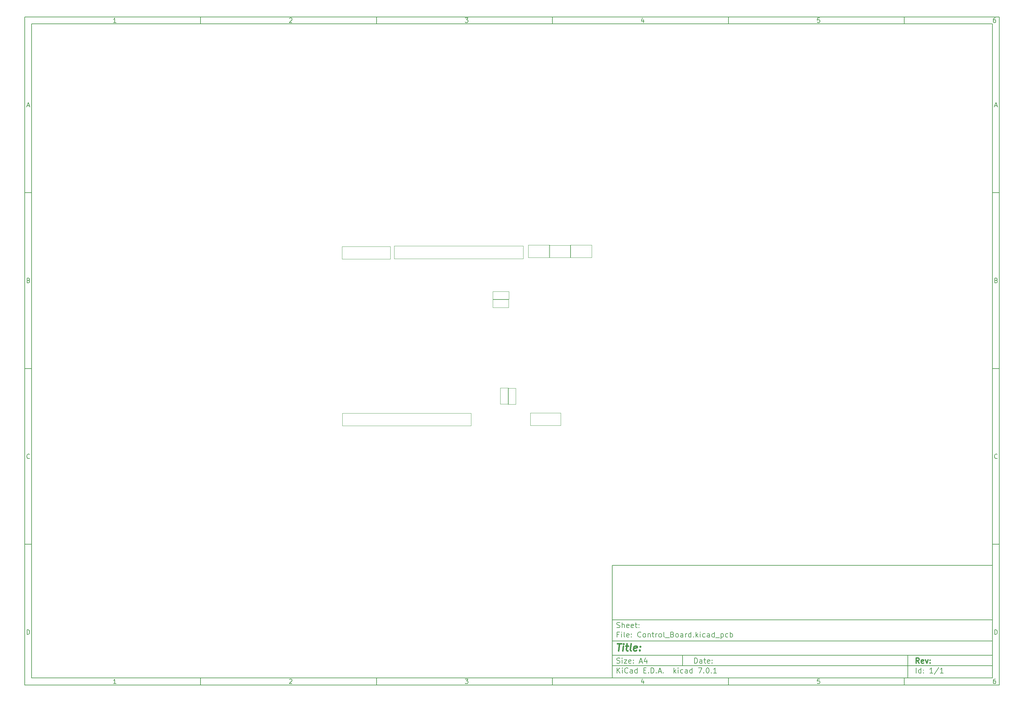
<source format=gbr>
%TF.GenerationSoftware,KiCad,Pcbnew,7.0.1*%
%TF.CreationDate,2023-09-27T13:27:15+00:00*%
%TF.ProjectId,Control_Board,436f6e74-726f-46c5-9f42-6f6172642e6b,rev?*%
%TF.SameCoordinates,Original*%
%TF.FileFunction,Other,User*%
%FSLAX45Y45*%
G04 Gerber Fmt 4.5, Leading zero omitted, Abs format (unit mm)*
G04 Created by KiCad (PCBNEW 7.0.1) date 2023-09-27 13:27:15*
%MOMM*%
%LPD*%
G01*
G04 APERTURE LIST*
%ADD10C,0.100000*%
%ADD11C,0.150000*%
%ADD12C,0.300000*%
%ADD13C,0.400000*%
%ADD14C,0.050000*%
G04 APERTURE END LIST*
D10*
D11*
X17700220Y-16600720D02*
X28500220Y-16600720D01*
X28500220Y-19800720D01*
X17700220Y-19800720D01*
X17700220Y-16600720D01*
D10*
D11*
X1000000Y-1000000D02*
X28700220Y-1000000D01*
X28700220Y-20000720D01*
X1000000Y-20000720D01*
X1000000Y-1000000D01*
D10*
D11*
X1200000Y-1200000D02*
X28500220Y-1200000D01*
X28500220Y-19800720D01*
X1200000Y-19800720D01*
X1200000Y-1200000D01*
D10*
D11*
X6000000Y-1200000D02*
X6000000Y-1000000D01*
D10*
D11*
X11000000Y-1200000D02*
X11000000Y-1000000D01*
D10*
D11*
X16000000Y-1200000D02*
X16000000Y-1000000D01*
D10*
D11*
X21000000Y-1200000D02*
X21000000Y-1000000D01*
D10*
D11*
X26000000Y-1200000D02*
X26000000Y-1000000D01*
D10*
D11*
X3599048Y-1160140D02*
X3524762Y-1160140D01*
X3561905Y-1160140D02*
X3561905Y-1030140D01*
X3561905Y-1030140D02*
X3549524Y-1048712D01*
X3549524Y-1048712D02*
X3537143Y-1061093D01*
X3537143Y-1061093D02*
X3524762Y-1067283D01*
D10*
D11*
X8524762Y-1042521D02*
X8530952Y-1036331D01*
X8530952Y-1036331D02*
X8543333Y-1030140D01*
X8543333Y-1030140D02*
X8574286Y-1030140D01*
X8574286Y-1030140D02*
X8586667Y-1036331D01*
X8586667Y-1036331D02*
X8592857Y-1042521D01*
X8592857Y-1042521D02*
X8599048Y-1054902D01*
X8599048Y-1054902D02*
X8599048Y-1067283D01*
X8599048Y-1067283D02*
X8592857Y-1085855D01*
X8592857Y-1085855D02*
X8518571Y-1160140D01*
X8518571Y-1160140D02*
X8599048Y-1160140D01*
D10*
D11*
X13518571Y-1030140D02*
X13599048Y-1030140D01*
X13599048Y-1030140D02*
X13555714Y-1079664D01*
X13555714Y-1079664D02*
X13574286Y-1079664D01*
X13574286Y-1079664D02*
X13586667Y-1085855D01*
X13586667Y-1085855D02*
X13592857Y-1092045D01*
X13592857Y-1092045D02*
X13599048Y-1104426D01*
X13599048Y-1104426D02*
X13599048Y-1135379D01*
X13599048Y-1135379D02*
X13592857Y-1147760D01*
X13592857Y-1147760D02*
X13586667Y-1153950D01*
X13586667Y-1153950D02*
X13574286Y-1160140D01*
X13574286Y-1160140D02*
X13537143Y-1160140D01*
X13537143Y-1160140D02*
X13524762Y-1153950D01*
X13524762Y-1153950D02*
X13518571Y-1147760D01*
D10*
D11*
X18586667Y-1073474D02*
X18586667Y-1160140D01*
X18555714Y-1023950D02*
X18524762Y-1116807D01*
X18524762Y-1116807D02*
X18605238Y-1116807D01*
D10*
D11*
X23592857Y-1030140D02*
X23530952Y-1030140D01*
X23530952Y-1030140D02*
X23524762Y-1092045D01*
X23524762Y-1092045D02*
X23530952Y-1085855D01*
X23530952Y-1085855D02*
X23543333Y-1079664D01*
X23543333Y-1079664D02*
X23574286Y-1079664D01*
X23574286Y-1079664D02*
X23586667Y-1085855D01*
X23586667Y-1085855D02*
X23592857Y-1092045D01*
X23592857Y-1092045D02*
X23599048Y-1104426D01*
X23599048Y-1104426D02*
X23599048Y-1135379D01*
X23599048Y-1135379D02*
X23592857Y-1147760D01*
X23592857Y-1147760D02*
X23586667Y-1153950D01*
X23586667Y-1153950D02*
X23574286Y-1160140D01*
X23574286Y-1160140D02*
X23543333Y-1160140D01*
X23543333Y-1160140D02*
X23530952Y-1153950D01*
X23530952Y-1153950D02*
X23524762Y-1147760D01*
D10*
D11*
X28586667Y-1030140D02*
X28561905Y-1030140D01*
X28561905Y-1030140D02*
X28549524Y-1036331D01*
X28549524Y-1036331D02*
X28543333Y-1042521D01*
X28543333Y-1042521D02*
X28530952Y-1061093D01*
X28530952Y-1061093D02*
X28524762Y-1085855D01*
X28524762Y-1085855D02*
X28524762Y-1135379D01*
X28524762Y-1135379D02*
X28530952Y-1147760D01*
X28530952Y-1147760D02*
X28537143Y-1153950D01*
X28537143Y-1153950D02*
X28549524Y-1160140D01*
X28549524Y-1160140D02*
X28574286Y-1160140D01*
X28574286Y-1160140D02*
X28586667Y-1153950D01*
X28586667Y-1153950D02*
X28592857Y-1147760D01*
X28592857Y-1147760D02*
X28599048Y-1135379D01*
X28599048Y-1135379D02*
X28599048Y-1104426D01*
X28599048Y-1104426D02*
X28592857Y-1092045D01*
X28592857Y-1092045D02*
X28586667Y-1085855D01*
X28586667Y-1085855D02*
X28574286Y-1079664D01*
X28574286Y-1079664D02*
X28549524Y-1079664D01*
X28549524Y-1079664D02*
X28537143Y-1085855D01*
X28537143Y-1085855D02*
X28530952Y-1092045D01*
X28530952Y-1092045D02*
X28524762Y-1104426D01*
D10*
D11*
X6000000Y-19800720D02*
X6000000Y-20000720D01*
D10*
D11*
X11000000Y-19800720D02*
X11000000Y-20000720D01*
D10*
D11*
X16000000Y-19800720D02*
X16000000Y-20000720D01*
D10*
D11*
X21000000Y-19800720D02*
X21000000Y-20000720D01*
D10*
D11*
X26000000Y-19800720D02*
X26000000Y-20000720D01*
D10*
D11*
X3599048Y-19960860D02*
X3524762Y-19960860D01*
X3561905Y-19960860D02*
X3561905Y-19830860D01*
X3561905Y-19830860D02*
X3549524Y-19849432D01*
X3549524Y-19849432D02*
X3537143Y-19861813D01*
X3537143Y-19861813D02*
X3524762Y-19868003D01*
D10*
D11*
X8524762Y-19843241D02*
X8530952Y-19837051D01*
X8530952Y-19837051D02*
X8543333Y-19830860D01*
X8543333Y-19830860D02*
X8574286Y-19830860D01*
X8574286Y-19830860D02*
X8586667Y-19837051D01*
X8586667Y-19837051D02*
X8592857Y-19843241D01*
X8592857Y-19843241D02*
X8599048Y-19855622D01*
X8599048Y-19855622D02*
X8599048Y-19868003D01*
X8599048Y-19868003D02*
X8592857Y-19886575D01*
X8592857Y-19886575D02*
X8518571Y-19960860D01*
X8518571Y-19960860D02*
X8599048Y-19960860D01*
D10*
D11*
X13518571Y-19830860D02*
X13599048Y-19830860D01*
X13599048Y-19830860D02*
X13555714Y-19880384D01*
X13555714Y-19880384D02*
X13574286Y-19880384D01*
X13574286Y-19880384D02*
X13586667Y-19886575D01*
X13586667Y-19886575D02*
X13592857Y-19892765D01*
X13592857Y-19892765D02*
X13599048Y-19905146D01*
X13599048Y-19905146D02*
X13599048Y-19936099D01*
X13599048Y-19936099D02*
X13592857Y-19948480D01*
X13592857Y-19948480D02*
X13586667Y-19954670D01*
X13586667Y-19954670D02*
X13574286Y-19960860D01*
X13574286Y-19960860D02*
X13537143Y-19960860D01*
X13537143Y-19960860D02*
X13524762Y-19954670D01*
X13524762Y-19954670D02*
X13518571Y-19948480D01*
D10*
D11*
X18586667Y-19874194D02*
X18586667Y-19960860D01*
X18555714Y-19824670D02*
X18524762Y-19917527D01*
X18524762Y-19917527D02*
X18605238Y-19917527D01*
D10*
D11*
X23592857Y-19830860D02*
X23530952Y-19830860D01*
X23530952Y-19830860D02*
X23524762Y-19892765D01*
X23524762Y-19892765D02*
X23530952Y-19886575D01*
X23530952Y-19886575D02*
X23543333Y-19880384D01*
X23543333Y-19880384D02*
X23574286Y-19880384D01*
X23574286Y-19880384D02*
X23586667Y-19886575D01*
X23586667Y-19886575D02*
X23592857Y-19892765D01*
X23592857Y-19892765D02*
X23599048Y-19905146D01*
X23599048Y-19905146D02*
X23599048Y-19936099D01*
X23599048Y-19936099D02*
X23592857Y-19948480D01*
X23592857Y-19948480D02*
X23586667Y-19954670D01*
X23586667Y-19954670D02*
X23574286Y-19960860D01*
X23574286Y-19960860D02*
X23543333Y-19960860D01*
X23543333Y-19960860D02*
X23530952Y-19954670D01*
X23530952Y-19954670D02*
X23524762Y-19948480D01*
D10*
D11*
X28586667Y-19830860D02*
X28561905Y-19830860D01*
X28561905Y-19830860D02*
X28549524Y-19837051D01*
X28549524Y-19837051D02*
X28543333Y-19843241D01*
X28543333Y-19843241D02*
X28530952Y-19861813D01*
X28530952Y-19861813D02*
X28524762Y-19886575D01*
X28524762Y-19886575D02*
X28524762Y-19936099D01*
X28524762Y-19936099D02*
X28530952Y-19948480D01*
X28530952Y-19948480D02*
X28537143Y-19954670D01*
X28537143Y-19954670D02*
X28549524Y-19960860D01*
X28549524Y-19960860D02*
X28574286Y-19960860D01*
X28574286Y-19960860D02*
X28586667Y-19954670D01*
X28586667Y-19954670D02*
X28592857Y-19948480D01*
X28592857Y-19948480D02*
X28599048Y-19936099D01*
X28599048Y-19936099D02*
X28599048Y-19905146D01*
X28599048Y-19905146D02*
X28592857Y-19892765D01*
X28592857Y-19892765D02*
X28586667Y-19886575D01*
X28586667Y-19886575D02*
X28574286Y-19880384D01*
X28574286Y-19880384D02*
X28549524Y-19880384D01*
X28549524Y-19880384D02*
X28537143Y-19886575D01*
X28537143Y-19886575D02*
X28530952Y-19892765D01*
X28530952Y-19892765D02*
X28524762Y-19905146D01*
D10*
D11*
X1000000Y-6000000D02*
X1200000Y-6000000D01*
D10*
D11*
X1000000Y-11000000D02*
X1200000Y-11000000D01*
D10*
D11*
X1000000Y-16000000D02*
X1200000Y-16000000D01*
D10*
D11*
X1069048Y-3522998D02*
X1130952Y-3522998D01*
X1056667Y-3560140D02*
X1100000Y-3430140D01*
X1100000Y-3430140D02*
X1143333Y-3560140D01*
D10*
D11*
X1109286Y-8492045D02*
X1127857Y-8498236D01*
X1127857Y-8498236D02*
X1134048Y-8504426D01*
X1134048Y-8504426D02*
X1140238Y-8516807D01*
X1140238Y-8516807D02*
X1140238Y-8535379D01*
X1140238Y-8535379D02*
X1134048Y-8547760D01*
X1134048Y-8547760D02*
X1127857Y-8553950D01*
X1127857Y-8553950D02*
X1115476Y-8560140D01*
X1115476Y-8560140D02*
X1065952Y-8560140D01*
X1065952Y-8560140D02*
X1065952Y-8430140D01*
X1065952Y-8430140D02*
X1109286Y-8430140D01*
X1109286Y-8430140D02*
X1121667Y-8436331D01*
X1121667Y-8436331D02*
X1127857Y-8442521D01*
X1127857Y-8442521D02*
X1134048Y-8454902D01*
X1134048Y-8454902D02*
X1134048Y-8467283D01*
X1134048Y-8467283D02*
X1127857Y-8479664D01*
X1127857Y-8479664D02*
X1121667Y-8485855D01*
X1121667Y-8485855D02*
X1109286Y-8492045D01*
X1109286Y-8492045D02*
X1065952Y-8492045D01*
D10*
D11*
X1140238Y-13547759D02*
X1134048Y-13553950D01*
X1134048Y-13553950D02*
X1115476Y-13560140D01*
X1115476Y-13560140D02*
X1103095Y-13560140D01*
X1103095Y-13560140D02*
X1084524Y-13553950D01*
X1084524Y-13553950D02*
X1072143Y-13541569D01*
X1072143Y-13541569D02*
X1065952Y-13529188D01*
X1065952Y-13529188D02*
X1059762Y-13504426D01*
X1059762Y-13504426D02*
X1059762Y-13485855D01*
X1059762Y-13485855D02*
X1065952Y-13461093D01*
X1065952Y-13461093D02*
X1072143Y-13448712D01*
X1072143Y-13448712D02*
X1084524Y-13436331D01*
X1084524Y-13436331D02*
X1103095Y-13430140D01*
X1103095Y-13430140D02*
X1115476Y-13430140D01*
X1115476Y-13430140D02*
X1134048Y-13436331D01*
X1134048Y-13436331D02*
X1140238Y-13442521D01*
D10*
D11*
X1065952Y-18560140D02*
X1065952Y-18430140D01*
X1065952Y-18430140D02*
X1096905Y-18430140D01*
X1096905Y-18430140D02*
X1115476Y-18436331D01*
X1115476Y-18436331D02*
X1127857Y-18448712D01*
X1127857Y-18448712D02*
X1134048Y-18461093D01*
X1134048Y-18461093D02*
X1140238Y-18485855D01*
X1140238Y-18485855D02*
X1140238Y-18504426D01*
X1140238Y-18504426D02*
X1134048Y-18529188D01*
X1134048Y-18529188D02*
X1127857Y-18541569D01*
X1127857Y-18541569D02*
X1115476Y-18553950D01*
X1115476Y-18553950D02*
X1096905Y-18560140D01*
X1096905Y-18560140D02*
X1065952Y-18560140D01*
D10*
D11*
X28700220Y-6000000D02*
X28500220Y-6000000D01*
D10*
D11*
X28700220Y-11000000D02*
X28500220Y-11000000D01*
D10*
D11*
X28700220Y-16000000D02*
X28500220Y-16000000D01*
D10*
D11*
X28569268Y-3522998D02*
X28631172Y-3522998D01*
X28556887Y-3560140D02*
X28600220Y-3430140D01*
X28600220Y-3430140D02*
X28643553Y-3560140D01*
D10*
D11*
X28609506Y-8492045D02*
X28628077Y-8498236D01*
X28628077Y-8498236D02*
X28634268Y-8504426D01*
X28634268Y-8504426D02*
X28640458Y-8516807D01*
X28640458Y-8516807D02*
X28640458Y-8535379D01*
X28640458Y-8535379D02*
X28634268Y-8547760D01*
X28634268Y-8547760D02*
X28628077Y-8553950D01*
X28628077Y-8553950D02*
X28615696Y-8560140D01*
X28615696Y-8560140D02*
X28566172Y-8560140D01*
X28566172Y-8560140D02*
X28566172Y-8430140D01*
X28566172Y-8430140D02*
X28609506Y-8430140D01*
X28609506Y-8430140D02*
X28621887Y-8436331D01*
X28621887Y-8436331D02*
X28628077Y-8442521D01*
X28628077Y-8442521D02*
X28634268Y-8454902D01*
X28634268Y-8454902D02*
X28634268Y-8467283D01*
X28634268Y-8467283D02*
X28628077Y-8479664D01*
X28628077Y-8479664D02*
X28621887Y-8485855D01*
X28621887Y-8485855D02*
X28609506Y-8492045D01*
X28609506Y-8492045D02*
X28566172Y-8492045D01*
D10*
D11*
X28640458Y-13547759D02*
X28634268Y-13553950D01*
X28634268Y-13553950D02*
X28615696Y-13560140D01*
X28615696Y-13560140D02*
X28603315Y-13560140D01*
X28603315Y-13560140D02*
X28584744Y-13553950D01*
X28584744Y-13553950D02*
X28572363Y-13541569D01*
X28572363Y-13541569D02*
X28566172Y-13529188D01*
X28566172Y-13529188D02*
X28559982Y-13504426D01*
X28559982Y-13504426D02*
X28559982Y-13485855D01*
X28559982Y-13485855D02*
X28566172Y-13461093D01*
X28566172Y-13461093D02*
X28572363Y-13448712D01*
X28572363Y-13448712D02*
X28584744Y-13436331D01*
X28584744Y-13436331D02*
X28603315Y-13430140D01*
X28603315Y-13430140D02*
X28615696Y-13430140D01*
X28615696Y-13430140D02*
X28634268Y-13436331D01*
X28634268Y-13436331D02*
X28640458Y-13442521D01*
D10*
D11*
X28566172Y-18560140D02*
X28566172Y-18430140D01*
X28566172Y-18430140D02*
X28597125Y-18430140D01*
X28597125Y-18430140D02*
X28615696Y-18436331D01*
X28615696Y-18436331D02*
X28628077Y-18448712D01*
X28628077Y-18448712D02*
X28634268Y-18461093D01*
X28634268Y-18461093D02*
X28640458Y-18485855D01*
X28640458Y-18485855D02*
X28640458Y-18504426D01*
X28640458Y-18504426D02*
X28634268Y-18529188D01*
X28634268Y-18529188D02*
X28628077Y-18541569D01*
X28628077Y-18541569D02*
X28615696Y-18553950D01*
X28615696Y-18553950D02*
X28597125Y-18560140D01*
X28597125Y-18560140D02*
X28566172Y-18560140D01*
D10*
D11*
X20035934Y-19380113D02*
X20035934Y-19230113D01*
X20035934Y-19230113D02*
X20071649Y-19230113D01*
X20071649Y-19230113D02*
X20093077Y-19237256D01*
X20093077Y-19237256D02*
X20107363Y-19251541D01*
X20107363Y-19251541D02*
X20114506Y-19265827D01*
X20114506Y-19265827D02*
X20121649Y-19294399D01*
X20121649Y-19294399D02*
X20121649Y-19315827D01*
X20121649Y-19315827D02*
X20114506Y-19344399D01*
X20114506Y-19344399D02*
X20107363Y-19358684D01*
X20107363Y-19358684D02*
X20093077Y-19372970D01*
X20093077Y-19372970D02*
X20071649Y-19380113D01*
X20071649Y-19380113D02*
X20035934Y-19380113D01*
X20250220Y-19380113D02*
X20250220Y-19301541D01*
X20250220Y-19301541D02*
X20243077Y-19287256D01*
X20243077Y-19287256D02*
X20228791Y-19280113D01*
X20228791Y-19280113D02*
X20200220Y-19280113D01*
X20200220Y-19280113D02*
X20185934Y-19287256D01*
X20250220Y-19372970D02*
X20235934Y-19380113D01*
X20235934Y-19380113D02*
X20200220Y-19380113D01*
X20200220Y-19380113D02*
X20185934Y-19372970D01*
X20185934Y-19372970D02*
X20178791Y-19358684D01*
X20178791Y-19358684D02*
X20178791Y-19344399D01*
X20178791Y-19344399D02*
X20185934Y-19330113D01*
X20185934Y-19330113D02*
X20200220Y-19322970D01*
X20200220Y-19322970D02*
X20235934Y-19322970D01*
X20235934Y-19322970D02*
X20250220Y-19315827D01*
X20300220Y-19280113D02*
X20357363Y-19280113D01*
X20321649Y-19230113D02*
X20321649Y-19358684D01*
X20321649Y-19358684D02*
X20328791Y-19372970D01*
X20328791Y-19372970D02*
X20343077Y-19380113D01*
X20343077Y-19380113D02*
X20357363Y-19380113D01*
X20464506Y-19372970D02*
X20450220Y-19380113D01*
X20450220Y-19380113D02*
X20421649Y-19380113D01*
X20421649Y-19380113D02*
X20407363Y-19372970D01*
X20407363Y-19372970D02*
X20400220Y-19358684D01*
X20400220Y-19358684D02*
X20400220Y-19301541D01*
X20400220Y-19301541D02*
X20407363Y-19287256D01*
X20407363Y-19287256D02*
X20421649Y-19280113D01*
X20421649Y-19280113D02*
X20450220Y-19280113D01*
X20450220Y-19280113D02*
X20464506Y-19287256D01*
X20464506Y-19287256D02*
X20471649Y-19301541D01*
X20471649Y-19301541D02*
X20471649Y-19315827D01*
X20471649Y-19315827D02*
X20400220Y-19330113D01*
X20535934Y-19365827D02*
X20543077Y-19372970D01*
X20543077Y-19372970D02*
X20535934Y-19380113D01*
X20535934Y-19380113D02*
X20528791Y-19372970D01*
X20528791Y-19372970D02*
X20535934Y-19365827D01*
X20535934Y-19365827D02*
X20535934Y-19380113D01*
X20535934Y-19287256D02*
X20543077Y-19294399D01*
X20543077Y-19294399D02*
X20535934Y-19301541D01*
X20535934Y-19301541D02*
X20528791Y-19294399D01*
X20528791Y-19294399D02*
X20535934Y-19287256D01*
X20535934Y-19287256D02*
X20535934Y-19301541D01*
D10*
D11*
X17700220Y-19450720D02*
X28500220Y-19450720D01*
D10*
D11*
X17835934Y-19660113D02*
X17835934Y-19510113D01*
X17921649Y-19660113D02*
X17857363Y-19574399D01*
X17921649Y-19510113D02*
X17835934Y-19595827D01*
X17985934Y-19660113D02*
X17985934Y-19560113D01*
X17985934Y-19510113D02*
X17978791Y-19517256D01*
X17978791Y-19517256D02*
X17985934Y-19524399D01*
X17985934Y-19524399D02*
X17993077Y-19517256D01*
X17993077Y-19517256D02*
X17985934Y-19510113D01*
X17985934Y-19510113D02*
X17985934Y-19524399D01*
X18143077Y-19645827D02*
X18135934Y-19652970D01*
X18135934Y-19652970D02*
X18114506Y-19660113D01*
X18114506Y-19660113D02*
X18100220Y-19660113D01*
X18100220Y-19660113D02*
X18078791Y-19652970D01*
X18078791Y-19652970D02*
X18064506Y-19638684D01*
X18064506Y-19638684D02*
X18057363Y-19624399D01*
X18057363Y-19624399D02*
X18050220Y-19595827D01*
X18050220Y-19595827D02*
X18050220Y-19574399D01*
X18050220Y-19574399D02*
X18057363Y-19545827D01*
X18057363Y-19545827D02*
X18064506Y-19531541D01*
X18064506Y-19531541D02*
X18078791Y-19517256D01*
X18078791Y-19517256D02*
X18100220Y-19510113D01*
X18100220Y-19510113D02*
X18114506Y-19510113D01*
X18114506Y-19510113D02*
X18135934Y-19517256D01*
X18135934Y-19517256D02*
X18143077Y-19524399D01*
X18271649Y-19660113D02*
X18271649Y-19581541D01*
X18271649Y-19581541D02*
X18264506Y-19567256D01*
X18264506Y-19567256D02*
X18250220Y-19560113D01*
X18250220Y-19560113D02*
X18221649Y-19560113D01*
X18221649Y-19560113D02*
X18207363Y-19567256D01*
X18271649Y-19652970D02*
X18257363Y-19660113D01*
X18257363Y-19660113D02*
X18221649Y-19660113D01*
X18221649Y-19660113D02*
X18207363Y-19652970D01*
X18207363Y-19652970D02*
X18200220Y-19638684D01*
X18200220Y-19638684D02*
X18200220Y-19624399D01*
X18200220Y-19624399D02*
X18207363Y-19610113D01*
X18207363Y-19610113D02*
X18221649Y-19602970D01*
X18221649Y-19602970D02*
X18257363Y-19602970D01*
X18257363Y-19602970D02*
X18271649Y-19595827D01*
X18407363Y-19660113D02*
X18407363Y-19510113D01*
X18407363Y-19652970D02*
X18393077Y-19660113D01*
X18393077Y-19660113D02*
X18364506Y-19660113D01*
X18364506Y-19660113D02*
X18350220Y-19652970D01*
X18350220Y-19652970D02*
X18343077Y-19645827D01*
X18343077Y-19645827D02*
X18335934Y-19631541D01*
X18335934Y-19631541D02*
X18335934Y-19588684D01*
X18335934Y-19588684D02*
X18343077Y-19574399D01*
X18343077Y-19574399D02*
X18350220Y-19567256D01*
X18350220Y-19567256D02*
X18364506Y-19560113D01*
X18364506Y-19560113D02*
X18393077Y-19560113D01*
X18393077Y-19560113D02*
X18407363Y-19567256D01*
X18593077Y-19581541D02*
X18643077Y-19581541D01*
X18664506Y-19660113D02*
X18593077Y-19660113D01*
X18593077Y-19660113D02*
X18593077Y-19510113D01*
X18593077Y-19510113D02*
X18664506Y-19510113D01*
X18728791Y-19645827D02*
X18735934Y-19652970D01*
X18735934Y-19652970D02*
X18728791Y-19660113D01*
X18728791Y-19660113D02*
X18721649Y-19652970D01*
X18721649Y-19652970D02*
X18728791Y-19645827D01*
X18728791Y-19645827D02*
X18728791Y-19660113D01*
X18800220Y-19660113D02*
X18800220Y-19510113D01*
X18800220Y-19510113D02*
X18835934Y-19510113D01*
X18835934Y-19510113D02*
X18857363Y-19517256D01*
X18857363Y-19517256D02*
X18871649Y-19531541D01*
X18871649Y-19531541D02*
X18878792Y-19545827D01*
X18878792Y-19545827D02*
X18885934Y-19574399D01*
X18885934Y-19574399D02*
X18885934Y-19595827D01*
X18885934Y-19595827D02*
X18878792Y-19624399D01*
X18878792Y-19624399D02*
X18871649Y-19638684D01*
X18871649Y-19638684D02*
X18857363Y-19652970D01*
X18857363Y-19652970D02*
X18835934Y-19660113D01*
X18835934Y-19660113D02*
X18800220Y-19660113D01*
X18950220Y-19645827D02*
X18957363Y-19652970D01*
X18957363Y-19652970D02*
X18950220Y-19660113D01*
X18950220Y-19660113D02*
X18943077Y-19652970D01*
X18943077Y-19652970D02*
X18950220Y-19645827D01*
X18950220Y-19645827D02*
X18950220Y-19660113D01*
X19014506Y-19617256D02*
X19085934Y-19617256D01*
X19000220Y-19660113D02*
X19050220Y-19510113D01*
X19050220Y-19510113D02*
X19100220Y-19660113D01*
X19150220Y-19645827D02*
X19157363Y-19652970D01*
X19157363Y-19652970D02*
X19150220Y-19660113D01*
X19150220Y-19660113D02*
X19143077Y-19652970D01*
X19143077Y-19652970D02*
X19150220Y-19645827D01*
X19150220Y-19645827D02*
X19150220Y-19660113D01*
X19450220Y-19660113D02*
X19450220Y-19510113D01*
X19464506Y-19602970D02*
X19507363Y-19660113D01*
X19507363Y-19560113D02*
X19450220Y-19617256D01*
X19571649Y-19660113D02*
X19571649Y-19560113D01*
X19571649Y-19510113D02*
X19564506Y-19517256D01*
X19564506Y-19517256D02*
X19571649Y-19524399D01*
X19571649Y-19524399D02*
X19578792Y-19517256D01*
X19578792Y-19517256D02*
X19571649Y-19510113D01*
X19571649Y-19510113D02*
X19571649Y-19524399D01*
X19707363Y-19652970D02*
X19693077Y-19660113D01*
X19693077Y-19660113D02*
X19664506Y-19660113D01*
X19664506Y-19660113D02*
X19650220Y-19652970D01*
X19650220Y-19652970D02*
X19643077Y-19645827D01*
X19643077Y-19645827D02*
X19635934Y-19631541D01*
X19635934Y-19631541D02*
X19635934Y-19588684D01*
X19635934Y-19588684D02*
X19643077Y-19574399D01*
X19643077Y-19574399D02*
X19650220Y-19567256D01*
X19650220Y-19567256D02*
X19664506Y-19560113D01*
X19664506Y-19560113D02*
X19693077Y-19560113D01*
X19693077Y-19560113D02*
X19707363Y-19567256D01*
X19835934Y-19660113D02*
X19835934Y-19581541D01*
X19835934Y-19581541D02*
X19828792Y-19567256D01*
X19828792Y-19567256D02*
X19814506Y-19560113D01*
X19814506Y-19560113D02*
X19785934Y-19560113D01*
X19785934Y-19560113D02*
X19771649Y-19567256D01*
X19835934Y-19652970D02*
X19821649Y-19660113D01*
X19821649Y-19660113D02*
X19785934Y-19660113D01*
X19785934Y-19660113D02*
X19771649Y-19652970D01*
X19771649Y-19652970D02*
X19764506Y-19638684D01*
X19764506Y-19638684D02*
X19764506Y-19624399D01*
X19764506Y-19624399D02*
X19771649Y-19610113D01*
X19771649Y-19610113D02*
X19785934Y-19602970D01*
X19785934Y-19602970D02*
X19821649Y-19602970D01*
X19821649Y-19602970D02*
X19835934Y-19595827D01*
X19971649Y-19660113D02*
X19971649Y-19510113D01*
X19971649Y-19652970D02*
X19957363Y-19660113D01*
X19957363Y-19660113D02*
X19928792Y-19660113D01*
X19928792Y-19660113D02*
X19914506Y-19652970D01*
X19914506Y-19652970D02*
X19907363Y-19645827D01*
X19907363Y-19645827D02*
X19900220Y-19631541D01*
X19900220Y-19631541D02*
X19900220Y-19588684D01*
X19900220Y-19588684D02*
X19907363Y-19574399D01*
X19907363Y-19574399D02*
X19914506Y-19567256D01*
X19914506Y-19567256D02*
X19928792Y-19560113D01*
X19928792Y-19560113D02*
X19957363Y-19560113D01*
X19957363Y-19560113D02*
X19971649Y-19567256D01*
X20143077Y-19510113D02*
X20243077Y-19510113D01*
X20243077Y-19510113D02*
X20178792Y-19660113D01*
X20300220Y-19645827D02*
X20307363Y-19652970D01*
X20307363Y-19652970D02*
X20300220Y-19660113D01*
X20300220Y-19660113D02*
X20293077Y-19652970D01*
X20293077Y-19652970D02*
X20300220Y-19645827D01*
X20300220Y-19645827D02*
X20300220Y-19660113D01*
X20400220Y-19510113D02*
X20414506Y-19510113D01*
X20414506Y-19510113D02*
X20428792Y-19517256D01*
X20428792Y-19517256D02*
X20435934Y-19524399D01*
X20435934Y-19524399D02*
X20443077Y-19538684D01*
X20443077Y-19538684D02*
X20450220Y-19567256D01*
X20450220Y-19567256D02*
X20450220Y-19602970D01*
X20450220Y-19602970D02*
X20443077Y-19631541D01*
X20443077Y-19631541D02*
X20435934Y-19645827D01*
X20435934Y-19645827D02*
X20428792Y-19652970D01*
X20428792Y-19652970D02*
X20414506Y-19660113D01*
X20414506Y-19660113D02*
X20400220Y-19660113D01*
X20400220Y-19660113D02*
X20385934Y-19652970D01*
X20385934Y-19652970D02*
X20378792Y-19645827D01*
X20378792Y-19645827D02*
X20371649Y-19631541D01*
X20371649Y-19631541D02*
X20364506Y-19602970D01*
X20364506Y-19602970D02*
X20364506Y-19567256D01*
X20364506Y-19567256D02*
X20371649Y-19538684D01*
X20371649Y-19538684D02*
X20378792Y-19524399D01*
X20378792Y-19524399D02*
X20385934Y-19517256D01*
X20385934Y-19517256D02*
X20400220Y-19510113D01*
X20514506Y-19645827D02*
X20521649Y-19652970D01*
X20521649Y-19652970D02*
X20514506Y-19660113D01*
X20514506Y-19660113D02*
X20507363Y-19652970D01*
X20507363Y-19652970D02*
X20514506Y-19645827D01*
X20514506Y-19645827D02*
X20514506Y-19660113D01*
X20664506Y-19660113D02*
X20578792Y-19660113D01*
X20621649Y-19660113D02*
X20621649Y-19510113D01*
X20621649Y-19510113D02*
X20607363Y-19531541D01*
X20607363Y-19531541D02*
X20593077Y-19545827D01*
X20593077Y-19545827D02*
X20578792Y-19552970D01*
D10*
D11*
X17700220Y-19150720D02*
X28500220Y-19150720D01*
D10*
D12*
X26421648Y-19380113D02*
X26371648Y-19308684D01*
X26335934Y-19380113D02*
X26335934Y-19230113D01*
X26335934Y-19230113D02*
X26393077Y-19230113D01*
X26393077Y-19230113D02*
X26407363Y-19237256D01*
X26407363Y-19237256D02*
X26414506Y-19244399D01*
X26414506Y-19244399D02*
X26421648Y-19258684D01*
X26421648Y-19258684D02*
X26421648Y-19280113D01*
X26421648Y-19280113D02*
X26414506Y-19294399D01*
X26414506Y-19294399D02*
X26407363Y-19301541D01*
X26407363Y-19301541D02*
X26393077Y-19308684D01*
X26393077Y-19308684D02*
X26335934Y-19308684D01*
X26543077Y-19372970D02*
X26528791Y-19380113D01*
X26528791Y-19380113D02*
X26500220Y-19380113D01*
X26500220Y-19380113D02*
X26485934Y-19372970D01*
X26485934Y-19372970D02*
X26478791Y-19358684D01*
X26478791Y-19358684D02*
X26478791Y-19301541D01*
X26478791Y-19301541D02*
X26485934Y-19287256D01*
X26485934Y-19287256D02*
X26500220Y-19280113D01*
X26500220Y-19280113D02*
X26528791Y-19280113D01*
X26528791Y-19280113D02*
X26543077Y-19287256D01*
X26543077Y-19287256D02*
X26550220Y-19301541D01*
X26550220Y-19301541D02*
X26550220Y-19315827D01*
X26550220Y-19315827D02*
X26478791Y-19330113D01*
X26600220Y-19280113D02*
X26635934Y-19380113D01*
X26635934Y-19380113D02*
X26671648Y-19280113D01*
X26728791Y-19365827D02*
X26735934Y-19372970D01*
X26735934Y-19372970D02*
X26728791Y-19380113D01*
X26728791Y-19380113D02*
X26721648Y-19372970D01*
X26721648Y-19372970D02*
X26728791Y-19365827D01*
X26728791Y-19365827D02*
X26728791Y-19380113D01*
X26728791Y-19287256D02*
X26735934Y-19294399D01*
X26735934Y-19294399D02*
X26728791Y-19301541D01*
X26728791Y-19301541D02*
X26721648Y-19294399D01*
X26721648Y-19294399D02*
X26728791Y-19287256D01*
X26728791Y-19287256D02*
X26728791Y-19301541D01*
D10*
D11*
X17828791Y-19372970D02*
X17850220Y-19380113D01*
X17850220Y-19380113D02*
X17885934Y-19380113D01*
X17885934Y-19380113D02*
X17900220Y-19372970D01*
X17900220Y-19372970D02*
X17907363Y-19365827D01*
X17907363Y-19365827D02*
X17914506Y-19351541D01*
X17914506Y-19351541D02*
X17914506Y-19337256D01*
X17914506Y-19337256D02*
X17907363Y-19322970D01*
X17907363Y-19322970D02*
X17900220Y-19315827D01*
X17900220Y-19315827D02*
X17885934Y-19308684D01*
X17885934Y-19308684D02*
X17857363Y-19301541D01*
X17857363Y-19301541D02*
X17843077Y-19294399D01*
X17843077Y-19294399D02*
X17835934Y-19287256D01*
X17835934Y-19287256D02*
X17828791Y-19272970D01*
X17828791Y-19272970D02*
X17828791Y-19258684D01*
X17828791Y-19258684D02*
X17835934Y-19244399D01*
X17835934Y-19244399D02*
X17843077Y-19237256D01*
X17843077Y-19237256D02*
X17857363Y-19230113D01*
X17857363Y-19230113D02*
X17893077Y-19230113D01*
X17893077Y-19230113D02*
X17914506Y-19237256D01*
X17978791Y-19380113D02*
X17978791Y-19280113D01*
X17978791Y-19230113D02*
X17971649Y-19237256D01*
X17971649Y-19237256D02*
X17978791Y-19244399D01*
X17978791Y-19244399D02*
X17985934Y-19237256D01*
X17985934Y-19237256D02*
X17978791Y-19230113D01*
X17978791Y-19230113D02*
X17978791Y-19244399D01*
X18035934Y-19280113D02*
X18114506Y-19280113D01*
X18114506Y-19280113D02*
X18035934Y-19380113D01*
X18035934Y-19380113D02*
X18114506Y-19380113D01*
X18228791Y-19372970D02*
X18214506Y-19380113D01*
X18214506Y-19380113D02*
X18185934Y-19380113D01*
X18185934Y-19380113D02*
X18171649Y-19372970D01*
X18171649Y-19372970D02*
X18164506Y-19358684D01*
X18164506Y-19358684D02*
X18164506Y-19301541D01*
X18164506Y-19301541D02*
X18171649Y-19287256D01*
X18171649Y-19287256D02*
X18185934Y-19280113D01*
X18185934Y-19280113D02*
X18214506Y-19280113D01*
X18214506Y-19280113D02*
X18228791Y-19287256D01*
X18228791Y-19287256D02*
X18235934Y-19301541D01*
X18235934Y-19301541D02*
X18235934Y-19315827D01*
X18235934Y-19315827D02*
X18164506Y-19330113D01*
X18300220Y-19365827D02*
X18307363Y-19372970D01*
X18307363Y-19372970D02*
X18300220Y-19380113D01*
X18300220Y-19380113D02*
X18293077Y-19372970D01*
X18293077Y-19372970D02*
X18300220Y-19365827D01*
X18300220Y-19365827D02*
X18300220Y-19380113D01*
X18300220Y-19287256D02*
X18307363Y-19294399D01*
X18307363Y-19294399D02*
X18300220Y-19301541D01*
X18300220Y-19301541D02*
X18293077Y-19294399D01*
X18293077Y-19294399D02*
X18300220Y-19287256D01*
X18300220Y-19287256D02*
X18300220Y-19301541D01*
X18478791Y-19337256D02*
X18550220Y-19337256D01*
X18464506Y-19380113D02*
X18514506Y-19230113D01*
X18514506Y-19230113D02*
X18564506Y-19380113D01*
X18678791Y-19280113D02*
X18678791Y-19380113D01*
X18643077Y-19222970D02*
X18607363Y-19330113D01*
X18607363Y-19330113D02*
X18700220Y-19330113D01*
D10*
D11*
X26335934Y-19660113D02*
X26335934Y-19510113D01*
X26471649Y-19660113D02*
X26471649Y-19510113D01*
X26471649Y-19652970D02*
X26457363Y-19660113D01*
X26457363Y-19660113D02*
X26428791Y-19660113D01*
X26428791Y-19660113D02*
X26414506Y-19652970D01*
X26414506Y-19652970D02*
X26407363Y-19645827D01*
X26407363Y-19645827D02*
X26400220Y-19631541D01*
X26400220Y-19631541D02*
X26400220Y-19588684D01*
X26400220Y-19588684D02*
X26407363Y-19574399D01*
X26407363Y-19574399D02*
X26414506Y-19567256D01*
X26414506Y-19567256D02*
X26428791Y-19560113D01*
X26428791Y-19560113D02*
X26457363Y-19560113D01*
X26457363Y-19560113D02*
X26471649Y-19567256D01*
X26543077Y-19645827D02*
X26550220Y-19652970D01*
X26550220Y-19652970D02*
X26543077Y-19660113D01*
X26543077Y-19660113D02*
X26535934Y-19652970D01*
X26535934Y-19652970D02*
X26543077Y-19645827D01*
X26543077Y-19645827D02*
X26543077Y-19660113D01*
X26543077Y-19567256D02*
X26550220Y-19574399D01*
X26550220Y-19574399D02*
X26543077Y-19581541D01*
X26543077Y-19581541D02*
X26535934Y-19574399D01*
X26535934Y-19574399D02*
X26543077Y-19567256D01*
X26543077Y-19567256D02*
X26543077Y-19581541D01*
X26807363Y-19660113D02*
X26721649Y-19660113D01*
X26764506Y-19660113D02*
X26764506Y-19510113D01*
X26764506Y-19510113D02*
X26750220Y-19531541D01*
X26750220Y-19531541D02*
X26735934Y-19545827D01*
X26735934Y-19545827D02*
X26721649Y-19552970D01*
X26978791Y-19502970D02*
X26850220Y-19695827D01*
X27107363Y-19660113D02*
X27021649Y-19660113D01*
X27064506Y-19660113D02*
X27064506Y-19510113D01*
X27064506Y-19510113D02*
X27050220Y-19531541D01*
X27050220Y-19531541D02*
X27035934Y-19545827D01*
X27035934Y-19545827D02*
X27021649Y-19552970D01*
D10*
D11*
X17700220Y-18750720D02*
X28500220Y-18750720D01*
D10*
D13*
X17843077Y-18823244D02*
X17957363Y-18823244D01*
X17875220Y-19023244D02*
X17900220Y-18823244D01*
X17997839Y-19023244D02*
X18014506Y-18889910D01*
X18022839Y-18823244D02*
X18012125Y-18832768D01*
X18012125Y-18832768D02*
X18020458Y-18842291D01*
X18020458Y-18842291D02*
X18031172Y-18832768D01*
X18031172Y-18832768D02*
X18022839Y-18823244D01*
X18022839Y-18823244D02*
X18020458Y-18842291D01*
X18079982Y-18889910D02*
X18156172Y-18889910D01*
X18116887Y-18823244D02*
X18095458Y-18994672D01*
X18095458Y-18994672D02*
X18102601Y-19013720D01*
X18102601Y-19013720D02*
X18120458Y-19023244D01*
X18120458Y-19023244D02*
X18139506Y-19023244D01*
X18233553Y-19023244D02*
X18215696Y-19013720D01*
X18215696Y-19013720D02*
X18208553Y-18994672D01*
X18208553Y-18994672D02*
X18229982Y-18823244D01*
X18385934Y-19013720D02*
X18365696Y-19023244D01*
X18365696Y-19023244D02*
X18327601Y-19023244D01*
X18327601Y-19023244D02*
X18309744Y-19013720D01*
X18309744Y-19013720D02*
X18302601Y-18994672D01*
X18302601Y-18994672D02*
X18312125Y-18918482D01*
X18312125Y-18918482D02*
X18324029Y-18899434D01*
X18324029Y-18899434D02*
X18344268Y-18889910D01*
X18344268Y-18889910D02*
X18382363Y-18889910D01*
X18382363Y-18889910D02*
X18400220Y-18899434D01*
X18400220Y-18899434D02*
X18407363Y-18918482D01*
X18407363Y-18918482D02*
X18404982Y-18937530D01*
X18404982Y-18937530D02*
X18307363Y-18956577D01*
X18481172Y-19004196D02*
X18489506Y-19013720D01*
X18489506Y-19013720D02*
X18478791Y-19023244D01*
X18478791Y-19023244D02*
X18470458Y-19013720D01*
X18470458Y-19013720D02*
X18481172Y-19004196D01*
X18481172Y-19004196D02*
X18478791Y-19023244D01*
X18494268Y-18899434D02*
X18502601Y-18908958D01*
X18502601Y-18908958D02*
X18491887Y-18918482D01*
X18491887Y-18918482D02*
X18483553Y-18908958D01*
X18483553Y-18908958D02*
X18494268Y-18899434D01*
X18494268Y-18899434D02*
X18491887Y-18918482D01*
D10*
D11*
X17885934Y-18561541D02*
X17835934Y-18561541D01*
X17835934Y-18640113D02*
X17835934Y-18490113D01*
X17835934Y-18490113D02*
X17907363Y-18490113D01*
X17964506Y-18640113D02*
X17964506Y-18540113D01*
X17964506Y-18490113D02*
X17957363Y-18497256D01*
X17957363Y-18497256D02*
X17964506Y-18504399D01*
X17964506Y-18504399D02*
X17971649Y-18497256D01*
X17971649Y-18497256D02*
X17964506Y-18490113D01*
X17964506Y-18490113D02*
X17964506Y-18504399D01*
X18057363Y-18640113D02*
X18043077Y-18632970D01*
X18043077Y-18632970D02*
X18035934Y-18618684D01*
X18035934Y-18618684D02*
X18035934Y-18490113D01*
X18171649Y-18632970D02*
X18157363Y-18640113D01*
X18157363Y-18640113D02*
X18128791Y-18640113D01*
X18128791Y-18640113D02*
X18114506Y-18632970D01*
X18114506Y-18632970D02*
X18107363Y-18618684D01*
X18107363Y-18618684D02*
X18107363Y-18561541D01*
X18107363Y-18561541D02*
X18114506Y-18547256D01*
X18114506Y-18547256D02*
X18128791Y-18540113D01*
X18128791Y-18540113D02*
X18157363Y-18540113D01*
X18157363Y-18540113D02*
X18171649Y-18547256D01*
X18171649Y-18547256D02*
X18178791Y-18561541D01*
X18178791Y-18561541D02*
X18178791Y-18575827D01*
X18178791Y-18575827D02*
X18107363Y-18590113D01*
X18243077Y-18625827D02*
X18250220Y-18632970D01*
X18250220Y-18632970D02*
X18243077Y-18640113D01*
X18243077Y-18640113D02*
X18235934Y-18632970D01*
X18235934Y-18632970D02*
X18243077Y-18625827D01*
X18243077Y-18625827D02*
X18243077Y-18640113D01*
X18243077Y-18547256D02*
X18250220Y-18554399D01*
X18250220Y-18554399D02*
X18243077Y-18561541D01*
X18243077Y-18561541D02*
X18235934Y-18554399D01*
X18235934Y-18554399D02*
X18243077Y-18547256D01*
X18243077Y-18547256D02*
X18243077Y-18561541D01*
X18514506Y-18625827D02*
X18507363Y-18632970D01*
X18507363Y-18632970D02*
X18485934Y-18640113D01*
X18485934Y-18640113D02*
X18471649Y-18640113D01*
X18471649Y-18640113D02*
X18450220Y-18632970D01*
X18450220Y-18632970D02*
X18435934Y-18618684D01*
X18435934Y-18618684D02*
X18428791Y-18604399D01*
X18428791Y-18604399D02*
X18421649Y-18575827D01*
X18421649Y-18575827D02*
X18421649Y-18554399D01*
X18421649Y-18554399D02*
X18428791Y-18525827D01*
X18428791Y-18525827D02*
X18435934Y-18511541D01*
X18435934Y-18511541D02*
X18450220Y-18497256D01*
X18450220Y-18497256D02*
X18471649Y-18490113D01*
X18471649Y-18490113D02*
X18485934Y-18490113D01*
X18485934Y-18490113D02*
X18507363Y-18497256D01*
X18507363Y-18497256D02*
X18514506Y-18504399D01*
X18600220Y-18640113D02*
X18585934Y-18632970D01*
X18585934Y-18632970D02*
X18578791Y-18625827D01*
X18578791Y-18625827D02*
X18571649Y-18611541D01*
X18571649Y-18611541D02*
X18571649Y-18568684D01*
X18571649Y-18568684D02*
X18578791Y-18554399D01*
X18578791Y-18554399D02*
X18585934Y-18547256D01*
X18585934Y-18547256D02*
X18600220Y-18540113D01*
X18600220Y-18540113D02*
X18621649Y-18540113D01*
X18621649Y-18540113D02*
X18635934Y-18547256D01*
X18635934Y-18547256D02*
X18643077Y-18554399D01*
X18643077Y-18554399D02*
X18650220Y-18568684D01*
X18650220Y-18568684D02*
X18650220Y-18611541D01*
X18650220Y-18611541D02*
X18643077Y-18625827D01*
X18643077Y-18625827D02*
X18635934Y-18632970D01*
X18635934Y-18632970D02*
X18621649Y-18640113D01*
X18621649Y-18640113D02*
X18600220Y-18640113D01*
X18714506Y-18540113D02*
X18714506Y-18640113D01*
X18714506Y-18554399D02*
X18721649Y-18547256D01*
X18721649Y-18547256D02*
X18735934Y-18540113D01*
X18735934Y-18540113D02*
X18757363Y-18540113D01*
X18757363Y-18540113D02*
X18771649Y-18547256D01*
X18771649Y-18547256D02*
X18778791Y-18561541D01*
X18778791Y-18561541D02*
X18778791Y-18640113D01*
X18828791Y-18540113D02*
X18885934Y-18540113D01*
X18850220Y-18490113D02*
X18850220Y-18618684D01*
X18850220Y-18618684D02*
X18857363Y-18632970D01*
X18857363Y-18632970D02*
X18871649Y-18640113D01*
X18871649Y-18640113D02*
X18885934Y-18640113D01*
X18935934Y-18640113D02*
X18935934Y-18540113D01*
X18935934Y-18568684D02*
X18943077Y-18554399D01*
X18943077Y-18554399D02*
X18950220Y-18547256D01*
X18950220Y-18547256D02*
X18964506Y-18540113D01*
X18964506Y-18540113D02*
X18978791Y-18540113D01*
X19050220Y-18640113D02*
X19035934Y-18632970D01*
X19035934Y-18632970D02*
X19028791Y-18625827D01*
X19028791Y-18625827D02*
X19021649Y-18611541D01*
X19021649Y-18611541D02*
X19021649Y-18568684D01*
X19021649Y-18568684D02*
X19028791Y-18554399D01*
X19028791Y-18554399D02*
X19035934Y-18547256D01*
X19035934Y-18547256D02*
X19050220Y-18540113D01*
X19050220Y-18540113D02*
X19071649Y-18540113D01*
X19071649Y-18540113D02*
X19085934Y-18547256D01*
X19085934Y-18547256D02*
X19093077Y-18554399D01*
X19093077Y-18554399D02*
X19100220Y-18568684D01*
X19100220Y-18568684D02*
X19100220Y-18611541D01*
X19100220Y-18611541D02*
X19093077Y-18625827D01*
X19093077Y-18625827D02*
X19085934Y-18632970D01*
X19085934Y-18632970D02*
X19071649Y-18640113D01*
X19071649Y-18640113D02*
X19050220Y-18640113D01*
X19185934Y-18640113D02*
X19171649Y-18632970D01*
X19171649Y-18632970D02*
X19164506Y-18618684D01*
X19164506Y-18618684D02*
X19164506Y-18490113D01*
X19207363Y-18654399D02*
X19321649Y-18654399D01*
X19407363Y-18561541D02*
X19428791Y-18568684D01*
X19428791Y-18568684D02*
X19435934Y-18575827D01*
X19435934Y-18575827D02*
X19443077Y-18590113D01*
X19443077Y-18590113D02*
X19443077Y-18611541D01*
X19443077Y-18611541D02*
X19435934Y-18625827D01*
X19435934Y-18625827D02*
X19428791Y-18632970D01*
X19428791Y-18632970D02*
X19414506Y-18640113D01*
X19414506Y-18640113D02*
X19357363Y-18640113D01*
X19357363Y-18640113D02*
X19357363Y-18490113D01*
X19357363Y-18490113D02*
X19407363Y-18490113D01*
X19407363Y-18490113D02*
X19421649Y-18497256D01*
X19421649Y-18497256D02*
X19428791Y-18504399D01*
X19428791Y-18504399D02*
X19435934Y-18518684D01*
X19435934Y-18518684D02*
X19435934Y-18532970D01*
X19435934Y-18532970D02*
X19428791Y-18547256D01*
X19428791Y-18547256D02*
X19421649Y-18554399D01*
X19421649Y-18554399D02*
X19407363Y-18561541D01*
X19407363Y-18561541D02*
X19357363Y-18561541D01*
X19528791Y-18640113D02*
X19514506Y-18632970D01*
X19514506Y-18632970D02*
X19507363Y-18625827D01*
X19507363Y-18625827D02*
X19500220Y-18611541D01*
X19500220Y-18611541D02*
X19500220Y-18568684D01*
X19500220Y-18568684D02*
X19507363Y-18554399D01*
X19507363Y-18554399D02*
X19514506Y-18547256D01*
X19514506Y-18547256D02*
X19528791Y-18540113D01*
X19528791Y-18540113D02*
X19550220Y-18540113D01*
X19550220Y-18540113D02*
X19564506Y-18547256D01*
X19564506Y-18547256D02*
X19571649Y-18554399D01*
X19571649Y-18554399D02*
X19578791Y-18568684D01*
X19578791Y-18568684D02*
X19578791Y-18611541D01*
X19578791Y-18611541D02*
X19571649Y-18625827D01*
X19571649Y-18625827D02*
X19564506Y-18632970D01*
X19564506Y-18632970D02*
X19550220Y-18640113D01*
X19550220Y-18640113D02*
X19528791Y-18640113D01*
X19707363Y-18640113D02*
X19707363Y-18561541D01*
X19707363Y-18561541D02*
X19700220Y-18547256D01*
X19700220Y-18547256D02*
X19685934Y-18540113D01*
X19685934Y-18540113D02*
X19657363Y-18540113D01*
X19657363Y-18540113D02*
X19643077Y-18547256D01*
X19707363Y-18632970D02*
X19693077Y-18640113D01*
X19693077Y-18640113D02*
X19657363Y-18640113D01*
X19657363Y-18640113D02*
X19643077Y-18632970D01*
X19643077Y-18632970D02*
X19635934Y-18618684D01*
X19635934Y-18618684D02*
X19635934Y-18604399D01*
X19635934Y-18604399D02*
X19643077Y-18590113D01*
X19643077Y-18590113D02*
X19657363Y-18582970D01*
X19657363Y-18582970D02*
X19693077Y-18582970D01*
X19693077Y-18582970D02*
X19707363Y-18575827D01*
X19778791Y-18640113D02*
X19778791Y-18540113D01*
X19778791Y-18568684D02*
X19785934Y-18554399D01*
X19785934Y-18554399D02*
X19793077Y-18547256D01*
X19793077Y-18547256D02*
X19807363Y-18540113D01*
X19807363Y-18540113D02*
X19821649Y-18540113D01*
X19935934Y-18640113D02*
X19935934Y-18490113D01*
X19935934Y-18632970D02*
X19921648Y-18640113D01*
X19921648Y-18640113D02*
X19893077Y-18640113D01*
X19893077Y-18640113D02*
X19878791Y-18632970D01*
X19878791Y-18632970D02*
X19871648Y-18625827D01*
X19871648Y-18625827D02*
X19864506Y-18611541D01*
X19864506Y-18611541D02*
X19864506Y-18568684D01*
X19864506Y-18568684D02*
X19871648Y-18554399D01*
X19871648Y-18554399D02*
X19878791Y-18547256D01*
X19878791Y-18547256D02*
X19893077Y-18540113D01*
X19893077Y-18540113D02*
X19921648Y-18540113D01*
X19921648Y-18540113D02*
X19935934Y-18547256D01*
X20007363Y-18625827D02*
X20014506Y-18632970D01*
X20014506Y-18632970D02*
X20007363Y-18640113D01*
X20007363Y-18640113D02*
X20000220Y-18632970D01*
X20000220Y-18632970D02*
X20007363Y-18625827D01*
X20007363Y-18625827D02*
X20007363Y-18640113D01*
X20078791Y-18640113D02*
X20078791Y-18490113D01*
X20093077Y-18582970D02*
X20135934Y-18640113D01*
X20135934Y-18540113D02*
X20078791Y-18597256D01*
X20200220Y-18640113D02*
X20200220Y-18540113D01*
X20200220Y-18490113D02*
X20193077Y-18497256D01*
X20193077Y-18497256D02*
X20200220Y-18504399D01*
X20200220Y-18504399D02*
X20207363Y-18497256D01*
X20207363Y-18497256D02*
X20200220Y-18490113D01*
X20200220Y-18490113D02*
X20200220Y-18504399D01*
X20335934Y-18632970D02*
X20321649Y-18640113D01*
X20321649Y-18640113D02*
X20293077Y-18640113D01*
X20293077Y-18640113D02*
X20278791Y-18632970D01*
X20278791Y-18632970D02*
X20271649Y-18625827D01*
X20271649Y-18625827D02*
X20264506Y-18611541D01*
X20264506Y-18611541D02*
X20264506Y-18568684D01*
X20264506Y-18568684D02*
X20271649Y-18554399D01*
X20271649Y-18554399D02*
X20278791Y-18547256D01*
X20278791Y-18547256D02*
X20293077Y-18540113D01*
X20293077Y-18540113D02*
X20321649Y-18540113D01*
X20321649Y-18540113D02*
X20335934Y-18547256D01*
X20464506Y-18640113D02*
X20464506Y-18561541D01*
X20464506Y-18561541D02*
X20457363Y-18547256D01*
X20457363Y-18547256D02*
X20443077Y-18540113D01*
X20443077Y-18540113D02*
X20414506Y-18540113D01*
X20414506Y-18540113D02*
X20400220Y-18547256D01*
X20464506Y-18632970D02*
X20450220Y-18640113D01*
X20450220Y-18640113D02*
X20414506Y-18640113D01*
X20414506Y-18640113D02*
X20400220Y-18632970D01*
X20400220Y-18632970D02*
X20393077Y-18618684D01*
X20393077Y-18618684D02*
X20393077Y-18604399D01*
X20393077Y-18604399D02*
X20400220Y-18590113D01*
X20400220Y-18590113D02*
X20414506Y-18582970D01*
X20414506Y-18582970D02*
X20450220Y-18582970D01*
X20450220Y-18582970D02*
X20464506Y-18575827D01*
X20600220Y-18640113D02*
X20600220Y-18490113D01*
X20600220Y-18632970D02*
X20585934Y-18640113D01*
X20585934Y-18640113D02*
X20557363Y-18640113D01*
X20557363Y-18640113D02*
X20543077Y-18632970D01*
X20543077Y-18632970D02*
X20535934Y-18625827D01*
X20535934Y-18625827D02*
X20528791Y-18611541D01*
X20528791Y-18611541D02*
X20528791Y-18568684D01*
X20528791Y-18568684D02*
X20535934Y-18554399D01*
X20535934Y-18554399D02*
X20543077Y-18547256D01*
X20543077Y-18547256D02*
X20557363Y-18540113D01*
X20557363Y-18540113D02*
X20585934Y-18540113D01*
X20585934Y-18540113D02*
X20600220Y-18547256D01*
X20635934Y-18654399D02*
X20750220Y-18654399D01*
X20785934Y-18540113D02*
X20785934Y-18690113D01*
X20785934Y-18547256D02*
X20800220Y-18540113D01*
X20800220Y-18540113D02*
X20828791Y-18540113D01*
X20828791Y-18540113D02*
X20843077Y-18547256D01*
X20843077Y-18547256D02*
X20850220Y-18554399D01*
X20850220Y-18554399D02*
X20857363Y-18568684D01*
X20857363Y-18568684D02*
X20857363Y-18611541D01*
X20857363Y-18611541D02*
X20850220Y-18625827D01*
X20850220Y-18625827D02*
X20843077Y-18632970D01*
X20843077Y-18632970D02*
X20828791Y-18640113D01*
X20828791Y-18640113D02*
X20800220Y-18640113D01*
X20800220Y-18640113D02*
X20785934Y-18632970D01*
X20985934Y-18632970D02*
X20971649Y-18640113D01*
X20971649Y-18640113D02*
X20943077Y-18640113D01*
X20943077Y-18640113D02*
X20928791Y-18632970D01*
X20928791Y-18632970D02*
X20921649Y-18625827D01*
X20921649Y-18625827D02*
X20914506Y-18611541D01*
X20914506Y-18611541D02*
X20914506Y-18568684D01*
X20914506Y-18568684D02*
X20921649Y-18554399D01*
X20921649Y-18554399D02*
X20928791Y-18547256D01*
X20928791Y-18547256D02*
X20943077Y-18540113D01*
X20943077Y-18540113D02*
X20971649Y-18540113D01*
X20971649Y-18540113D02*
X20985934Y-18547256D01*
X21050220Y-18640113D02*
X21050220Y-18490113D01*
X21050220Y-18547256D02*
X21064506Y-18540113D01*
X21064506Y-18540113D02*
X21093077Y-18540113D01*
X21093077Y-18540113D02*
X21107363Y-18547256D01*
X21107363Y-18547256D02*
X21114506Y-18554399D01*
X21114506Y-18554399D02*
X21121649Y-18568684D01*
X21121649Y-18568684D02*
X21121649Y-18611541D01*
X21121649Y-18611541D02*
X21114506Y-18625827D01*
X21114506Y-18625827D02*
X21107363Y-18632970D01*
X21107363Y-18632970D02*
X21093077Y-18640113D01*
X21093077Y-18640113D02*
X21064506Y-18640113D01*
X21064506Y-18640113D02*
X21050220Y-18632970D01*
D10*
D11*
X17700220Y-18150720D02*
X28500220Y-18150720D01*
D10*
D11*
X17828791Y-18362970D02*
X17850220Y-18370113D01*
X17850220Y-18370113D02*
X17885934Y-18370113D01*
X17885934Y-18370113D02*
X17900220Y-18362970D01*
X17900220Y-18362970D02*
X17907363Y-18355827D01*
X17907363Y-18355827D02*
X17914506Y-18341541D01*
X17914506Y-18341541D02*
X17914506Y-18327256D01*
X17914506Y-18327256D02*
X17907363Y-18312970D01*
X17907363Y-18312970D02*
X17900220Y-18305827D01*
X17900220Y-18305827D02*
X17885934Y-18298684D01*
X17885934Y-18298684D02*
X17857363Y-18291541D01*
X17857363Y-18291541D02*
X17843077Y-18284399D01*
X17843077Y-18284399D02*
X17835934Y-18277256D01*
X17835934Y-18277256D02*
X17828791Y-18262970D01*
X17828791Y-18262970D02*
X17828791Y-18248684D01*
X17828791Y-18248684D02*
X17835934Y-18234399D01*
X17835934Y-18234399D02*
X17843077Y-18227256D01*
X17843077Y-18227256D02*
X17857363Y-18220113D01*
X17857363Y-18220113D02*
X17893077Y-18220113D01*
X17893077Y-18220113D02*
X17914506Y-18227256D01*
X17978791Y-18370113D02*
X17978791Y-18220113D01*
X18043077Y-18370113D02*
X18043077Y-18291541D01*
X18043077Y-18291541D02*
X18035934Y-18277256D01*
X18035934Y-18277256D02*
X18021649Y-18270113D01*
X18021649Y-18270113D02*
X18000220Y-18270113D01*
X18000220Y-18270113D02*
X17985934Y-18277256D01*
X17985934Y-18277256D02*
X17978791Y-18284399D01*
X18171649Y-18362970D02*
X18157363Y-18370113D01*
X18157363Y-18370113D02*
X18128791Y-18370113D01*
X18128791Y-18370113D02*
X18114506Y-18362970D01*
X18114506Y-18362970D02*
X18107363Y-18348684D01*
X18107363Y-18348684D02*
X18107363Y-18291541D01*
X18107363Y-18291541D02*
X18114506Y-18277256D01*
X18114506Y-18277256D02*
X18128791Y-18270113D01*
X18128791Y-18270113D02*
X18157363Y-18270113D01*
X18157363Y-18270113D02*
X18171649Y-18277256D01*
X18171649Y-18277256D02*
X18178791Y-18291541D01*
X18178791Y-18291541D02*
X18178791Y-18305827D01*
X18178791Y-18305827D02*
X18107363Y-18320113D01*
X18300220Y-18362970D02*
X18285934Y-18370113D01*
X18285934Y-18370113D02*
X18257363Y-18370113D01*
X18257363Y-18370113D02*
X18243077Y-18362970D01*
X18243077Y-18362970D02*
X18235934Y-18348684D01*
X18235934Y-18348684D02*
X18235934Y-18291541D01*
X18235934Y-18291541D02*
X18243077Y-18277256D01*
X18243077Y-18277256D02*
X18257363Y-18270113D01*
X18257363Y-18270113D02*
X18285934Y-18270113D01*
X18285934Y-18270113D02*
X18300220Y-18277256D01*
X18300220Y-18277256D02*
X18307363Y-18291541D01*
X18307363Y-18291541D02*
X18307363Y-18305827D01*
X18307363Y-18305827D02*
X18235934Y-18320113D01*
X18350220Y-18270113D02*
X18407363Y-18270113D01*
X18371648Y-18220113D02*
X18371648Y-18348684D01*
X18371648Y-18348684D02*
X18378791Y-18362970D01*
X18378791Y-18362970D02*
X18393077Y-18370113D01*
X18393077Y-18370113D02*
X18407363Y-18370113D01*
X18457363Y-18355827D02*
X18464506Y-18362970D01*
X18464506Y-18362970D02*
X18457363Y-18370113D01*
X18457363Y-18370113D02*
X18450220Y-18362970D01*
X18450220Y-18362970D02*
X18457363Y-18355827D01*
X18457363Y-18355827D02*
X18457363Y-18370113D01*
X18457363Y-18277256D02*
X18464506Y-18284399D01*
X18464506Y-18284399D02*
X18457363Y-18291541D01*
X18457363Y-18291541D02*
X18450220Y-18284399D01*
X18450220Y-18284399D02*
X18457363Y-18277256D01*
X18457363Y-18277256D02*
X18457363Y-18291541D01*
D10*
D12*
D10*
D11*
D10*
D11*
D10*
D11*
D10*
D11*
D10*
D11*
X19700220Y-19150720D02*
X19700220Y-19450720D01*
D10*
D11*
X26100220Y-19150720D02*
X26100220Y-19800720D01*
D14*
%TO.C,R1*%
X14958468Y-11560250D02*
X14734468Y-11560250D01*
X14734468Y-11560250D02*
X14734468Y-12016250D01*
X14958468Y-12016250D02*
X14958468Y-11560250D01*
X14734468Y-12016250D02*
X14958468Y-12016250D01*
%TO.C,D2*%
X14299500Y-9038000D02*
X14299500Y-9262000D01*
X14299500Y-9262000D02*
X14755500Y-9262000D01*
X14755500Y-9038000D02*
X14299500Y-9038000D01*
X14755500Y-9262000D02*
X14755500Y-9038000D01*
%TO.C,J6*%
X11393468Y-7529500D02*
X11393468Y-7889500D01*
X10018468Y-7529500D02*
X11393468Y-7529500D01*
X11393468Y-7889500D02*
X10018468Y-7889500D01*
X10018468Y-7889500D02*
X10018468Y-7529500D01*
%TO.C,SW1*%
X17116968Y-7489500D02*
X16506968Y-7489500D01*
X16506968Y-7489500D02*
X16506968Y-7844500D01*
X17116968Y-7844500D02*
X17116968Y-7489500D01*
X16506968Y-7844500D02*
X17116968Y-7844500D01*
%TO.C,J7*%
X15370500Y-12620000D02*
X15370500Y-12260000D01*
X16235500Y-12620000D02*
X15370500Y-12620000D01*
X15370500Y-12260000D02*
X16235500Y-12260000D01*
X16235500Y-12260000D02*
X16235500Y-12620000D01*
%TO.C,J2*%
X13687500Y-12270000D02*
X13687500Y-12630000D01*
X10027500Y-12270000D02*
X13687500Y-12270000D01*
X13687500Y-12630000D02*
X10027500Y-12630000D01*
X10027500Y-12630000D02*
X10027500Y-12270000D01*
%TO.C,J9*%
X15899968Y-7847000D02*
X16509968Y-7847000D01*
X16509968Y-7847000D02*
X16509968Y-7492000D01*
X15899968Y-7492000D02*
X15899968Y-7847000D01*
X16509968Y-7492000D02*
X15899968Y-7492000D01*
%TO.C,R2*%
X14516968Y-12011250D02*
X14740968Y-12011250D01*
X14740968Y-12011250D02*
X14740968Y-11555250D01*
X14516968Y-11555250D02*
X14516968Y-12011250D01*
X14740968Y-11555250D02*
X14516968Y-11555250D01*
%TO.C,J4*%
X15165000Y-7515000D02*
X15165000Y-7875000D01*
X11505000Y-7515000D02*
X15165000Y-7515000D01*
X15165000Y-7875000D02*
X11505000Y-7875000D01*
X11505000Y-7875000D02*
X11505000Y-7515000D01*
%TO.C,J10*%
X15922468Y-7487500D02*
X15312468Y-7487500D01*
X15312468Y-7487500D02*
X15312468Y-7842500D01*
X15922468Y-7842500D02*
X15922468Y-7487500D01*
X15312468Y-7842500D02*
X15922468Y-7842500D01*
%TO.C,D1*%
X14300468Y-8805000D02*
X14300468Y-9029000D01*
X14300468Y-9029000D02*
X14756468Y-9029000D01*
X14756468Y-8805000D02*
X14300468Y-8805000D01*
X14756468Y-9029000D02*
X14756468Y-8805000D01*
%TD*%
M02*

</source>
